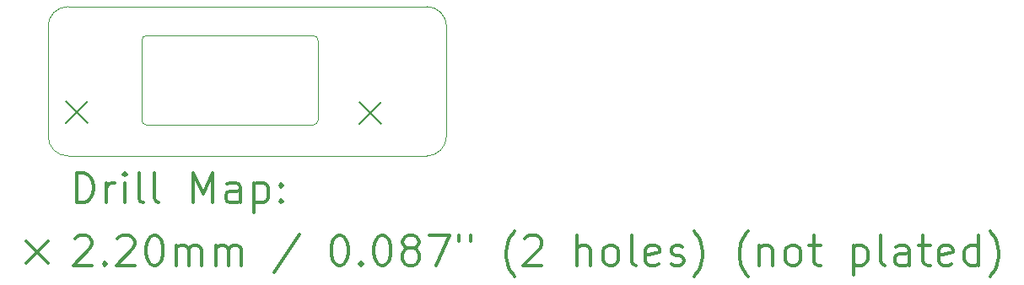
<source format=gbr>
%FSLAX45Y45*%
G04 Gerber Fmt 4.5, Leading zero omitted, Abs format (unit mm)*
G04 Created by KiCad (PCBNEW (5.1.4)-1) date 2025-05-10 17:32:07*
%MOMM*%
%LPD*%
G04 APERTURE LIST*
%ADD10C,0.050000*%
%ADD11C,0.200000*%
%ADD12C,0.300000*%
G04 APERTURE END LIST*
D10*
X18115000Y-11045000D02*
G75*
G02X17915000Y-11245000I-200000J0D01*
G01*
X17915000Y-9745000D02*
G75*
G02X18115000Y-9945000I0J-200000D01*
G01*
X14315000Y-11245000D02*
G75*
G02X14115000Y-11045000I0J200000D01*
G01*
X14115000Y-9945000D02*
G75*
G02X14315000Y-9745000I200000J0D01*
G01*
X16825000Y-10085000D02*
X16825000Y-10885000D01*
X15105000Y-10035000D02*
X16775000Y-10035000D01*
X15055000Y-10885000D02*
X15055000Y-10085000D01*
X16775000Y-10935000D02*
X15105000Y-10935000D01*
X16825000Y-10885000D02*
G75*
G02X16775000Y-10935000I-50000J0D01*
G01*
X16775000Y-10035000D02*
G75*
G02X16825000Y-10085000I0J-50000D01*
G01*
X15055000Y-10085000D02*
G75*
G02X15105000Y-10035000I50000J0D01*
G01*
X15105000Y-10935000D02*
G75*
G02X15055000Y-10885000I0J50000D01*
G01*
X17915000Y-11245000D02*
X14315000Y-11245000D01*
X18115000Y-9945000D02*
X18115000Y-11045000D01*
X14315000Y-9745000D02*
X17915000Y-9745000D01*
X14115000Y-11045000D02*
X14115000Y-9945000D01*
D11*
X17239000Y-10700000D02*
X17459000Y-10920000D01*
X17459000Y-10700000D02*
X17239000Y-10920000D01*
X14296000Y-10695000D02*
X14516000Y-10915000D01*
X14516000Y-10695000D02*
X14296000Y-10915000D01*
D12*
X14398928Y-11713214D02*
X14398928Y-11413214D01*
X14470357Y-11413214D01*
X14513214Y-11427500D01*
X14541786Y-11456071D01*
X14556071Y-11484643D01*
X14570357Y-11541786D01*
X14570357Y-11584643D01*
X14556071Y-11641786D01*
X14541786Y-11670357D01*
X14513214Y-11698929D01*
X14470357Y-11713214D01*
X14398928Y-11713214D01*
X14698928Y-11713214D02*
X14698928Y-11513214D01*
X14698928Y-11570357D02*
X14713214Y-11541786D01*
X14727500Y-11527500D01*
X14756071Y-11513214D01*
X14784643Y-11513214D01*
X14884643Y-11713214D02*
X14884643Y-11513214D01*
X14884643Y-11413214D02*
X14870357Y-11427500D01*
X14884643Y-11441786D01*
X14898928Y-11427500D01*
X14884643Y-11413214D01*
X14884643Y-11441786D01*
X15070357Y-11713214D02*
X15041786Y-11698929D01*
X15027500Y-11670357D01*
X15027500Y-11413214D01*
X15227500Y-11713214D02*
X15198928Y-11698929D01*
X15184643Y-11670357D01*
X15184643Y-11413214D01*
X15570357Y-11713214D02*
X15570357Y-11413214D01*
X15670357Y-11627500D01*
X15770357Y-11413214D01*
X15770357Y-11713214D01*
X16041786Y-11713214D02*
X16041786Y-11556071D01*
X16027500Y-11527500D01*
X15998928Y-11513214D01*
X15941786Y-11513214D01*
X15913214Y-11527500D01*
X16041786Y-11698929D02*
X16013214Y-11713214D01*
X15941786Y-11713214D01*
X15913214Y-11698929D01*
X15898928Y-11670357D01*
X15898928Y-11641786D01*
X15913214Y-11613214D01*
X15941786Y-11598929D01*
X16013214Y-11598929D01*
X16041786Y-11584643D01*
X16184643Y-11513214D02*
X16184643Y-11813214D01*
X16184643Y-11527500D02*
X16213214Y-11513214D01*
X16270357Y-11513214D01*
X16298928Y-11527500D01*
X16313214Y-11541786D01*
X16327500Y-11570357D01*
X16327500Y-11656071D01*
X16313214Y-11684643D01*
X16298928Y-11698929D01*
X16270357Y-11713214D01*
X16213214Y-11713214D01*
X16184643Y-11698929D01*
X16456071Y-11684643D02*
X16470357Y-11698929D01*
X16456071Y-11713214D01*
X16441786Y-11698929D01*
X16456071Y-11684643D01*
X16456071Y-11713214D01*
X16456071Y-11527500D02*
X16470357Y-11541786D01*
X16456071Y-11556071D01*
X16441786Y-11541786D01*
X16456071Y-11527500D01*
X16456071Y-11556071D01*
X13892500Y-12097500D02*
X14112500Y-12317500D01*
X14112500Y-12097500D02*
X13892500Y-12317500D01*
X14384643Y-12071786D02*
X14398928Y-12057500D01*
X14427500Y-12043214D01*
X14498928Y-12043214D01*
X14527500Y-12057500D01*
X14541786Y-12071786D01*
X14556071Y-12100357D01*
X14556071Y-12128929D01*
X14541786Y-12171786D01*
X14370357Y-12343214D01*
X14556071Y-12343214D01*
X14684643Y-12314643D02*
X14698928Y-12328929D01*
X14684643Y-12343214D01*
X14670357Y-12328929D01*
X14684643Y-12314643D01*
X14684643Y-12343214D01*
X14813214Y-12071786D02*
X14827500Y-12057500D01*
X14856071Y-12043214D01*
X14927500Y-12043214D01*
X14956071Y-12057500D01*
X14970357Y-12071786D01*
X14984643Y-12100357D01*
X14984643Y-12128929D01*
X14970357Y-12171786D01*
X14798928Y-12343214D01*
X14984643Y-12343214D01*
X15170357Y-12043214D02*
X15198928Y-12043214D01*
X15227500Y-12057500D01*
X15241786Y-12071786D01*
X15256071Y-12100357D01*
X15270357Y-12157500D01*
X15270357Y-12228929D01*
X15256071Y-12286071D01*
X15241786Y-12314643D01*
X15227500Y-12328929D01*
X15198928Y-12343214D01*
X15170357Y-12343214D01*
X15141786Y-12328929D01*
X15127500Y-12314643D01*
X15113214Y-12286071D01*
X15098928Y-12228929D01*
X15098928Y-12157500D01*
X15113214Y-12100357D01*
X15127500Y-12071786D01*
X15141786Y-12057500D01*
X15170357Y-12043214D01*
X15398928Y-12343214D02*
X15398928Y-12143214D01*
X15398928Y-12171786D02*
X15413214Y-12157500D01*
X15441786Y-12143214D01*
X15484643Y-12143214D01*
X15513214Y-12157500D01*
X15527500Y-12186071D01*
X15527500Y-12343214D01*
X15527500Y-12186071D02*
X15541786Y-12157500D01*
X15570357Y-12143214D01*
X15613214Y-12143214D01*
X15641786Y-12157500D01*
X15656071Y-12186071D01*
X15656071Y-12343214D01*
X15798928Y-12343214D02*
X15798928Y-12143214D01*
X15798928Y-12171786D02*
X15813214Y-12157500D01*
X15841786Y-12143214D01*
X15884643Y-12143214D01*
X15913214Y-12157500D01*
X15927500Y-12186071D01*
X15927500Y-12343214D01*
X15927500Y-12186071D02*
X15941786Y-12157500D01*
X15970357Y-12143214D01*
X16013214Y-12143214D01*
X16041786Y-12157500D01*
X16056071Y-12186071D01*
X16056071Y-12343214D01*
X16641786Y-12028929D02*
X16384643Y-12414643D01*
X17027500Y-12043214D02*
X17056071Y-12043214D01*
X17084643Y-12057500D01*
X17098928Y-12071786D01*
X17113214Y-12100357D01*
X17127500Y-12157500D01*
X17127500Y-12228929D01*
X17113214Y-12286071D01*
X17098928Y-12314643D01*
X17084643Y-12328929D01*
X17056071Y-12343214D01*
X17027500Y-12343214D01*
X16998928Y-12328929D01*
X16984643Y-12314643D01*
X16970357Y-12286071D01*
X16956071Y-12228929D01*
X16956071Y-12157500D01*
X16970357Y-12100357D01*
X16984643Y-12071786D01*
X16998928Y-12057500D01*
X17027500Y-12043214D01*
X17256071Y-12314643D02*
X17270357Y-12328929D01*
X17256071Y-12343214D01*
X17241786Y-12328929D01*
X17256071Y-12314643D01*
X17256071Y-12343214D01*
X17456071Y-12043214D02*
X17484643Y-12043214D01*
X17513214Y-12057500D01*
X17527500Y-12071786D01*
X17541786Y-12100357D01*
X17556071Y-12157500D01*
X17556071Y-12228929D01*
X17541786Y-12286071D01*
X17527500Y-12314643D01*
X17513214Y-12328929D01*
X17484643Y-12343214D01*
X17456071Y-12343214D01*
X17427500Y-12328929D01*
X17413214Y-12314643D01*
X17398928Y-12286071D01*
X17384643Y-12228929D01*
X17384643Y-12157500D01*
X17398928Y-12100357D01*
X17413214Y-12071786D01*
X17427500Y-12057500D01*
X17456071Y-12043214D01*
X17727500Y-12171786D02*
X17698928Y-12157500D01*
X17684643Y-12143214D01*
X17670357Y-12114643D01*
X17670357Y-12100357D01*
X17684643Y-12071786D01*
X17698928Y-12057500D01*
X17727500Y-12043214D01*
X17784643Y-12043214D01*
X17813214Y-12057500D01*
X17827500Y-12071786D01*
X17841786Y-12100357D01*
X17841786Y-12114643D01*
X17827500Y-12143214D01*
X17813214Y-12157500D01*
X17784643Y-12171786D01*
X17727500Y-12171786D01*
X17698928Y-12186071D01*
X17684643Y-12200357D01*
X17670357Y-12228929D01*
X17670357Y-12286071D01*
X17684643Y-12314643D01*
X17698928Y-12328929D01*
X17727500Y-12343214D01*
X17784643Y-12343214D01*
X17813214Y-12328929D01*
X17827500Y-12314643D01*
X17841786Y-12286071D01*
X17841786Y-12228929D01*
X17827500Y-12200357D01*
X17813214Y-12186071D01*
X17784643Y-12171786D01*
X17941786Y-12043214D02*
X18141786Y-12043214D01*
X18013214Y-12343214D01*
X18241786Y-12043214D02*
X18241786Y-12100357D01*
X18356071Y-12043214D02*
X18356071Y-12100357D01*
X18798928Y-12457500D02*
X18784643Y-12443214D01*
X18756071Y-12400357D01*
X18741786Y-12371786D01*
X18727500Y-12328929D01*
X18713214Y-12257500D01*
X18713214Y-12200357D01*
X18727500Y-12128929D01*
X18741786Y-12086071D01*
X18756071Y-12057500D01*
X18784643Y-12014643D01*
X18798928Y-12000357D01*
X18898928Y-12071786D02*
X18913214Y-12057500D01*
X18941786Y-12043214D01*
X19013214Y-12043214D01*
X19041786Y-12057500D01*
X19056071Y-12071786D01*
X19070357Y-12100357D01*
X19070357Y-12128929D01*
X19056071Y-12171786D01*
X18884643Y-12343214D01*
X19070357Y-12343214D01*
X19427500Y-12343214D02*
X19427500Y-12043214D01*
X19556071Y-12343214D02*
X19556071Y-12186071D01*
X19541786Y-12157500D01*
X19513214Y-12143214D01*
X19470357Y-12143214D01*
X19441786Y-12157500D01*
X19427500Y-12171786D01*
X19741786Y-12343214D02*
X19713214Y-12328929D01*
X19698928Y-12314643D01*
X19684643Y-12286071D01*
X19684643Y-12200357D01*
X19698928Y-12171786D01*
X19713214Y-12157500D01*
X19741786Y-12143214D01*
X19784643Y-12143214D01*
X19813214Y-12157500D01*
X19827500Y-12171786D01*
X19841786Y-12200357D01*
X19841786Y-12286071D01*
X19827500Y-12314643D01*
X19813214Y-12328929D01*
X19784643Y-12343214D01*
X19741786Y-12343214D01*
X20013214Y-12343214D02*
X19984643Y-12328929D01*
X19970357Y-12300357D01*
X19970357Y-12043214D01*
X20241786Y-12328929D02*
X20213214Y-12343214D01*
X20156071Y-12343214D01*
X20127500Y-12328929D01*
X20113214Y-12300357D01*
X20113214Y-12186071D01*
X20127500Y-12157500D01*
X20156071Y-12143214D01*
X20213214Y-12143214D01*
X20241786Y-12157500D01*
X20256071Y-12186071D01*
X20256071Y-12214643D01*
X20113214Y-12243214D01*
X20370357Y-12328929D02*
X20398928Y-12343214D01*
X20456071Y-12343214D01*
X20484643Y-12328929D01*
X20498928Y-12300357D01*
X20498928Y-12286071D01*
X20484643Y-12257500D01*
X20456071Y-12243214D01*
X20413214Y-12243214D01*
X20384643Y-12228929D01*
X20370357Y-12200357D01*
X20370357Y-12186071D01*
X20384643Y-12157500D01*
X20413214Y-12143214D01*
X20456071Y-12143214D01*
X20484643Y-12157500D01*
X20598928Y-12457500D02*
X20613214Y-12443214D01*
X20641786Y-12400357D01*
X20656071Y-12371786D01*
X20670357Y-12328929D01*
X20684643Y-12257500D01*
X20684643Y-12200357D01*
X20670357Y-12128929D01*
X20656071Y-12086071D01*
X20641786Y-12057500D01*
X20613214Y-12014643D01*
X20598928Y-12000357D01*
X21141786Y-12457500D02*
X21127500Y-12443214D01*
X21098928Y-12400357D01*
X21084643Y-12371786D01*
X21070357Y-12328929D01*
X21056071Y-12257500D01*
X21056071Y-12200357D01*
X21070357Y-12128929D01*
X21084643Y-12086071D01*
X21098928Y-12057500D01*
X21127500Y-12014643D01*
X21141786Y-12000357D01*
X21256071Y-12143214D02*
X21256071Y-12343214D01*
X21256071Y-12171786D02*
X21270357Y-12157500D01*
X21298928Y-12143214D01*
X21341786Y-12143214D01*
X21370357Y-12157500D01*
X21384643Y-12186071D01*
X21384643Y-12343214D01*
X21570357Y-12343214D02*
X21541786Y-12328929D01*
X21527500Y-12314643D01*
X21513214Y-12286071D01*
X21513214Y-12200357D01*
X21527500Y-12171786D01*
X21541786Y-12157500D01*
X21570357Y-12143214D01*
X21613214Y-12143214D01*
X21641786Y-12157500D01*
X21656071Y-12171786D01*
X21670357Y-12200357D01*
X21670357Y-12286071D01*
X21656071Y-12314643D01*
X21641786Y-12328929D01*
X21613214Y-12343214D01*
X21570357Y-12343214D01*
X21756071Y-12143214D02*
X21870357Y-12143214D01*
X21798928Y-12043214D02*
X21798928Y-12300357D01*
X21813214Y-12328929D01*
X21841786Y-12343214D01*
X21870357Y-12343214D01*
X22198928Y-12143214D02*
X22198928Y-12443214D01*
X22198928Y-12157500D02*
X22227500Y-12143214D01*
X22284643Y-12143214D01*
X22313214Y-12157500D01*
X22327500Y-12171786D01*
X22341786Y-12200357D01*
X22341786Y-12286071D01*
X22327500Y-12314643D01*
X22313214Y-12328929D01*
X22284643Y-12343214D01*
X22227500Y-12343214D01*
X22198928Y-12328929D01*
X22513214Y-12343214D02*
X22484643Y-12328929D01*
X22470357Y-12300357D01*
X22470357Y-12043214D01*
X22756071Y-12343214D02*
X22756071Y-12186071D01*
X22741786Y-12157500D01*
X22713214Y-12143214D01*
X22656071Y-12143214D01*
X22627500Y-12157500D01*
X22756071Y-12328929D02*
X22727500Y-12343214D01*
X22656071Y-12343214D01*
X22627500Y-12328929D01*
X22613214Y-12300357D01*
X22613214Y-12271786D01*
X22627500Y-12243214D01*
X22656071Y-12228929D01*
X22727500Y-12228929D01*
X22756071Y-12214643D01*
X22856071Y-12143214D02*
X22970357Y-12143214D01*
X22898928Y-12043214D02*
X22898928Y-12300357D01*
X22913214Y-12328929D01*
X22941786Y-12343214D01*
X22970357Y-12343214D01*
X23184643Y-12328929D02*
X23156071Y-12343214D01*
X23098928Y-12343214D01*
X23070357Y-12328929D01*
X23056071Y-12300357D01*
X23056071Y-12186071D01*
X23070357Y-12157500D01*
X23098928Y-12143214D01*
X23156071Y-12143214D01*
X23184643Y-12157500D01*
X23198928Y-12186071D01*
X23198928Y-12214643D01*
X23056071Y-12243214D01*
X23456071Y-12343214D02*
X23456071Y-12043214D01*
X23456071Y-12328929D02*
X23427500Y-12343214D01*
X23370357Y-12343214D01*
X23341786Y-12328929D01*
X23327500Y-12314643D01*
X23313214Y-12286071D01*
X23313214Y-12200357D01*
X23327500Y-12171786D01*
X23341786Y-12157500D01*
X23370357Y-12143214D01*
X23427500Y-12143214D01*
X23456071Y-12157500D01*
X23570357Y-12457500D02*
X23584643Y-12443214D01*
X23613214Y-12400357D01*
X23627500Y-12371786D01*
X23641786Y-12328929D01*
X23656071Y-12257500D01*
X23656071Y-12200357D01*
X23641786Y-12128929D01*
X23627500Y-12086071D01*
X23613214Y-12057500D01*
X23584643Y-12014643D01*
X23570357Y-12000357D01*
M02*

</source>
